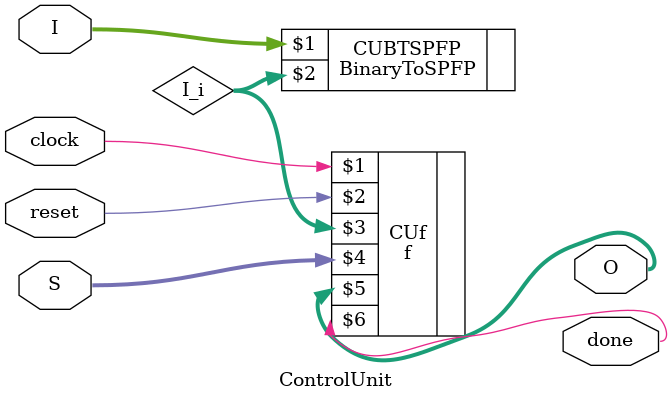
<source format=v>
`timescale 1 ns / 1 ps


module ControlUnit (
    input clock,
    input reset,
    input [7:0] I,
    input [3:0] S,
    output [31:0] O,
    output done
);

    wire [31:0] I_i;

    BinaryToSPFP CUBTSPFP (I, I_i);
    f CUf (clock, reset, I_i, S, O, done);

endmodule

</source>
